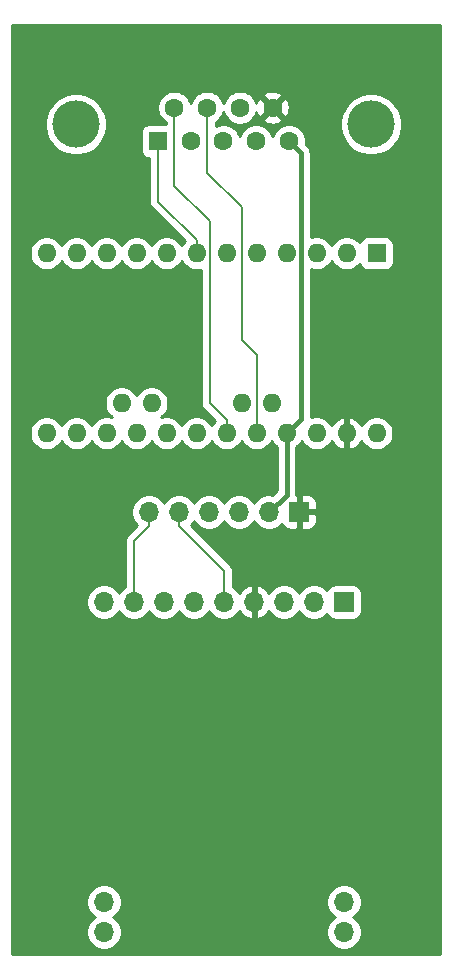
<source format=gtl>
G04 #@! TF.GenerationSoftware,KiCad,Pcbnew,(5.1.9)-1*
G04 #@! TF.CreationDate,2024-11-21T13:27:50+09:00*
G04 #@! TF.ProjectId,SD_dongle,53445f64-6f6e-4676-9c65-2e6b69636164,rev?*
G04 #@! TF.SameCoordinates,PX1997c20PYbac5f70*
G04 #@! TF.FileFunction,Copper,L1,Top*
G04 #@! TF.FilePolarity,Positive*
%FSLAX46Y46*%
G04 Gerber Fmt 4.6, Leading zero omitted, Abs format (unit mm)*
G04 Created by KiCad (PCBNEW (5.1.9)-1) date 2024-11-21 13:27:50*
%MOMM*%
%LPD*%
G01*
G04 APERTURE LIST*
G04 #@! TA.AperFunction,ComponentPad*
%ADD10R,1.700000X1.700000*%
G04 #@! TD*
G04 #@! TA.AperFunction,ComponentPad*
%ADD11O,1.700000X1.700000*%
G04 #@! TD*
G04 #@! TA.AperFunction,ComponentPad*
%ADD12R,1.600000X1.600000*%
G04 #@! TD*
G04 #@! TA.AperFunction,ComponentPad*
%ADD13O,1.600000X1.600000*%
G04 #@! TD*
G04 #@! TA.AperFunction,ComponentPad*
%ADD14C,1.600000*%
G04 #@! TD*
G04 #@! TA.AperFunction,ComponentPad*
%ADD15C,4.000000*%
G04 #@! TD*
G04 #@! TA.AperFunction,Conductor*
%ADD16C,0.400000*%
G04 #@! TD*
G04 #@! TA.AperFunction,Conductor*
%ADD17C,0.200000*%
G04 #@! TD*
G04 #@! TA.AperFunction,Conductor*
%ADD18C,0.254000*%
G04 #@! TD*
G04 #@! TA.AperFunction,Conductor*
%ADD19C,0.100000*%
G04 #@! TD*
G04 APERTURE END LIST*
D10*
X28750000Y30480000D03*
D11*
X26210000Y30480000D03*
X23670000Y30480000D03*
X21130000Y30480000D03*
X18590000Y30480000D03*
X16050000Y30480000D03*
X13510000Y30480000D03*
X10970000Y30480000D03*
X8430000Y30480000D03*
X8430000Y2540000D03*
X8430000Y5080000D03*
X28750000Y2540000D03*
X28750000Y5080000D03*
D10*
X24940000Y38100000D03*
D11*
X22400000Y38100000D03*
X19860000Y38100000D03*
X17320000Y38100000D03*
X14780000Y38100000D03*
X12240000Y38100000D03*
D12*
X31500000Y60000000D03*
D13*
X28960000Y60000000D03*
X26420000Y60000000D03*
X3560000Y44760000D03*
X23880000Y60000000D03*
X6100000Y44760000D03*
X21340000Y60000000D03*
X8640000Y44760000D03*
X18800000Y60000000D03*
X11180000Y44760000D03*
X16260000Y60000000D03*
X13720000Y44760000D03*
X13720000Y60000000D03*
X16260000Y44760000D03*
X11180000Y60000000D03*
X18800000Y44760000D03*
X8640000Y60000000D03*
X21340000Y44760000D03*
X6100000Y60000000D03*
X23880000Y44760000D03*
X3560000Y60000000D03*
X26420000Y44760000D03*
X28960000Y44760000D03*
X31500000Y44760000D03*
X22610000Y47300000D03*
X20070000Y47300000D03*
X12450000Y47300000D03*
X9910000Y47300000D03*
D12*
X13000000Y69500000D03*
D14*
X15770000Y69500000D03*
X18540000Y69500000D03*
X21310000Y69500000D03*
X24080000Y69500000D03*
X14385000Y72340000D03*
X17155000Y72340000D03*
X19925000Y72340000D03*
X22695000Y72340000D03*
D15*
X31040000Y70920000D03*
X6040000Y70920000D03*
D16*
X25080001Y45960001D02*
X23880000Y44760000D01*
X25080001Y68499999D02*
X25080001Y45960001D01*
X24080000Y69500000D02*
X25080001Y68499999D01*
X23880000Y39580000D02*
X22400000Y38100000D01*
X23880000Y44760000D02*
X23880000Y39580000D01*
D17*
X21130000Y30480000D02*
X21130000Y31630300D01*
X24940000Y38100000D02*
X24940000Y35440300D01*
X24940000Y35440300D02*
X21130000Y31630300D01*
X14780000Y38100000D02*
X14780000Y36949700D01*
X14780000Y36949700D02*
X18590000Y33139700D01*
X18590000Y33139700D02*
X18590000Y30480000D01*
X12240000Y38100000D02*
X12240000Y36949700D01*
X12240000Y36949700D02*
X10970000Y35679700D01*
X10970000Y35679700D02*
X10970000Y30480000D01*
X16260000Y60000000D02*
X16260000Y61100300D01*
X13000000Y69500000D02*
X13000000Y64360300D01*
X13000000Y64360300D02*
X16260000Y61100300D01*
X18800000Y45860300D02*
X17360400Y47299900D01*
X17360400Y47299900D02*
X17360400Y62724500D01*
X17360400Y62724500D02*
X14385000Y65699900D01*
X14385000Y65699900D02*
X14385000Y72340000D01*
X18800000Y44760000D02*
X18800000Y45860300D01*
X17155000Y72340000D02*
X17155000Y66816000D01*
X17155000Y66816000D02*
X20070000Y63901000D01*
X20070000Y63901000D02*
X20070000Y52649100D01*
X20070000Y52649100D02*
X21340000Y51379100D01*
X21340000Y51379100D02*
X21340000Y44760000D01*
D18*
X36840000Y660000D02*
X660000Y660000D01*
X660000Y5226260D01*
X6945000Y5226260D01*
X6945000Y4933740D01*
X7002068Y4646842D01*
X7114010Y4376589D01*
X7276525Y4133368D01*
X7483368Y3926525D01*
X7657760Y3810000D01*
X7483368Y3693475D01*
X7276525Y3486632D01*
X7114010Y3243411D01*
X7002068Y2973158D01*
X6945000Y2686260D01*
X6945000Y2393740D01*
X7002068Y2106842D01*
X7114010Y1836589D01*
X7276525Y1593368D01*
X7483368Y1386525D01*
X7726589Y1224010D01*
X7996842Y1112068D01*
X8283740Y1055000D01*
X8576260Y1055000D01*
X8863158Y1112068D01*
X9133411Y1224010D01*
X9376632Y1386525D01*
X9583475Y1593368D01*
X9745990Y1836589D01*
X9857932Y2106842D01*
X9915000Y2393740D01*
X9915000Y2686260D01*
X9857932Y2973158D01*
X9745990Y3243411D01*
X9583475Y3486632D01*
X9376632Y3693475D01*
X9202240Y3810000D01*
X9376632Y3926525D01*
X9583475Y4133368D01*
X9745990Y4376589D01*
X9857932Y4646842D01*
X9915000Y4933740D01*
X9915000Y5226260D01*
X27265000Y5226260D01*
X27265000Y4933740D01*
X27322068Y4646842D01*
X27434010Y4376589D01*
X27596525Y4133368D01*
X27803368Y3926525D01*
X27977760Y3810000D01*
X27803368Y3693475D01*
X27596525Y3486632D01*
X27434010Y3243411D01*
X27322068Y2973158D01*
X27265000Y2686260D01*
X27265000Y2393740D01*
X27322068Y2106842D01*
X27434010Y1836589D01*
X27596525Y1593368D01*
X27803368Y1386525D01*
X28046589Y1224010D01*
X28316842Y1112068D01*
X28603740Y1055000D01*
X28896260Y1055000D01*
X29183158Y1112068D01*
X29453411Y1224010D01*
X29696632Y1386525D01*
X29903475Y1593368D01*
X30065990Y1836589D01*
X30177932Y2106842D01*
X30235000Y2393740D01*
X30235000Y2686260D01*
X30177932Y2973158D01*
X30065990Y3243411D01*
X29903475Y3486632D01*
X29696632Y3693475D01*
X29522240Y3810000D01*
X29696632Y3926525D01*
X29903475Y4133368D01*
X30065990Y4376589D01*
X30177932Y4646842D01*
X30235000Y4933740D01*
X30235000Y5226260D01*
X30177932Y5513158D01*
X30065990Y5783411D01*
X29903475Y6026632D01*
X29696632Y6233475D01*
X29453411Y6395990D01*
X29183158Y6507932D01*
X28896260Y6565000D01*
X28603740Y6565000D01*
X28316842Y6507932D01*
X28046589Y6395990D01*
X27803368Y6233475D01*
X27596525Y6026632D01*
X27434010Y5783411D01*
X27322068Y5513158D01*
X27265000Y5226260D01*
X9915000Y5226260D01*
X9857932Y5513158D01*
X9745990Y5783411D01*
X9583475Y6026632D01*
X9376632Y6233475D01*
X9133411Y6395990D01*
X8863158Y6507932D01*
X8576260Y6565000D01*
X8283740Y6565000D01*
X7996842Y6507932D01*
X7726589Y6395990D01*
X7483368Y6233475D01*
X7276525Y6026632D01*
X7114010Y5783411D01*
X7002068Y5513158D01*
X6945000Y5226260D01*
X660000Y5226260D01*
X660000Y60141335D01*
X2125000Y60141335D01*
X2125000Y59858665D01*
X2180147Y59581426D01*
X2288320Y59320273D01*
X2445363Y59085241D01*
X2645241Y58885363D01*
X2880273Y58728320D01*
X3141426Y58620147D01*
X3418665Y58565000D01*
X3701335Y58565000D01*
X3978574Y58620147D01*
X4239727Y58728320D01*
X4474759Y58885363D01*
X4674637Y59085241D01*
X4830000Y59317759D01*
X4985363Y59085241D01*
X5185241Y58885363D01*
X5420273Y58728320D01*
X5681426Y58620147D01*
X5958665Y58565000D01*
X6241335Y58565000D01*
X6518574Y58620147D01*
X6779727Y58728320D01*
X7014759Y58885363D01*
X7214637Y59085241D01*
X7370000Y59317759D01*
X7525363Y59085241D01*
X7725241Y58885363D01*
X7960273Y58728320D01*
X8221426Y58620147D01*
X8498665Y58565000D01*
X8781335Y58565000D01*
X9058574Y58620147D01*
X9319727Y58728320D01*
X9554759Y58885363D01*
X9754637Y59085241D01*
X9910000Y59317759D01*
X10065363Y59085241D01*
X10265241Y58885363D01*
X10500273Y58728320D01*
X10761426Y58620147D01*
X11038665Y58565000D01*
X11321335Y58565000D01*
X11598574Y58620147D01*
X11859727Y58728320D01*
X12094759Y58885363D01*
X12294637Y59085241D01*
X12450000Y59317759D01*
X12605363Y59085241D01*
X12805241Y58885363D01*
X13040273Y58728320D01*
X13301426Y58620147D01*
X13578665Y58565000D01*
X13861335Y58565000D01*
X14138574Y58620147D01*
X14399727Y58728320D01*
X14634759Y58885363D01*
X14834637Y59085241D01*
X14990000Y59317759D01*
X15145363Y59085241D01*
X15345241Y58885363D01*
X15580273Y58728320D01*
X15841426Y58620147D01*
X16118665Y58565000D01*
X16401335Y58565000D01*
X16625401Y58609570D01*
X16625400Y47336005D01*
X16621844Y47299900D01*
X16625400Y47263796D01*
X16636035Y47155816D01*
X16678063Y47017268D01*
X16746313Y46889581D01*
X16838162Y46777663D01*
X16866208Y46754646D01*
X17815729Y45805125D01*
X17685363Y45674759D01*
X17530000Y45442241D01*
X17374637Y45674759D01*
X17174759Y45874637D01*
X16939727Y46031680D01*
X16678574Y46139853D01*
X16401335Y46195000D01*
X16118665Y46195000D01*
X15841426Y46139853D01*
X15580273Y46031680D01*
X15345241Y45874637D01*
X15145363Y45674759D01*
X14990000Y45442241D01*
X14834637Y45674759D01*
X14634759Y45874637D01*
X14399727Y46031680D01*
X14138574Y46139853D01*
X13861335Y46195000D01*
X13578665Y46195000D01*
X13301426Y46139853D01*
X13288856Y46134646D01*
X13364759Y46185363D01*
X13564637Y46385241D01*
X13721680Y46620273D01*
X13829853Y46881426D01*
X13885000Y47158665D01*
X13885000Y47441335D01*
X13829853Y47718574D01*
X13721680Y47979727D01*
X13564637Y48214759D01*
X13364759Y48414637D01*
X13129727Y48571680D01*
X12868574Y48679853D01*
X12591335Y48735000D01*
X12308665Y48735000D01*
X12031426Y48679853D01*
X11770273Y48571680D01*
X11535241Y48414637D01*
X11335363Y48214759D01*
X11180000Y47982241D01*
X11024637Y48214759D01*
X10824759Y48414637D01*
X10589727Y48571680D01*
X10328574Y48679853D01*
X10051335Y48735000D01*
X9768665Y48735000D01*
X9491426Y48679853D01*
X9230273Y48571680D01*
X8995241Y48414637D01*
X8795363Y48214759D01*
X8638320Y47979727D01*
X8530147Y47718574D01*
X8475000Y47441335D01*
X8475000Y47158665D01*
X8530147Y46881426D01*
X8638320Y46620273D01*
X8795363Y46385241D01*
X8995241Y46185363D01*
X9071144Y46134646D01*
X9058574Y46139853D01*
X8781335Y46195000D01*
X8498665Y46195000D01*
X8221426Y46139853D01*
X7960273Y46031680D01*
X7725241Y45874637D01*
X7525363Y45674759D01*
X7370000Y45442241D01*
X7214637Y45674759D01*
X7014759Y45874637D01*
X6779727Y46031680D01*
X6518574Y46139853D01*
X6241335Y46195000D01*
X5958665Y46195000D01*
X5681426Y46139853D01*
X5420273Y46031680D01*
X5185241Y45874637D01*
X4985363Y45674759D01*
X4830000Y45442241D01*
X4674637Y45674759D01*
X4474759Y45874637D01*
X4239727Y46031680D01*
X3978574Y46139853D01*
X3701335Y46195000D01*
X3418665Y46195000D01*
X3141426Y46139853D01*
X2880273Y46031680D01*
X2645241Y45874637D01*
X2445363Y45674759D01*
X2288320Y45439727D01*
X2180147Y45178574D01*
X2125000Y44901335D01*
X2125000Y44618665D01*
X2180147Y44341426D01*
X2288320Y44080273D01*
X2445363Y43845241D01*
X2645241Y43645363D01*
X2880273Y43488320D01*
X3141426Y43380147D01*
X3418665Y43325000D01*
X3701335Y43325000D01*
X3978574Y43380147D01*
X4239727Y43488320D01*
X4474759Y43645363D01*
X4674637Y43845241D01*
X4830000Y44077759D01*
X4985363Y43845241D01*
X5185241Y43645363D01*
X5420273Y43488320D01*
X5681426Y43380147D01*
X5958665Y43325000D01*
X6241335Y43325000D01*
X6518574Y43380147D01*
X6779727Y43488320D01*
X7014759Y43645363D01*
X7214637Y43845241D01*
X7370000Y44077759D01*
X7525363Y43845241D01*
X7725241Y43645363D01*
X7960273Y43488320D01*
X8221426Y43380147D01*
X8498665Y43325000D01*
X8781335Y43325000D01*
X9058574Y43380147D01*
X9319727Y43488320D01*
X9554759Y43645363D01*
X9754637Y43845241D01*
X9910000Y44077759D01*
X10065363Y43845241D01*
X10265241Y43645363D01*
X10500273Y43488320D01*
X10761426Y43380147D01*
X11038665Y43325000D01*
X11321335Y43325000D01*
X11598574Y43380147D01*
X11859727Y43488320D01*
X12094759Y43645363D01*
X12294637Y43845241D01*
X12450000Y44077759D01*
X12605363Y43845241D01*
X12805241Y43645363D01*
X13040273Y43488320D01*
X13301426Y43380147D01*
X13578665Y43325000D01*
X13861335Y43325000D01*
X14138574Y43380147D01*
X14399727Y43488320D01*
X14634759Y43645363D01*
X14834637Y43845241D01*
X14990000Y44077759D01*
X15145363Y43845241D01*
X15345241Y43645363D01*
X15580273Y43488320D01*
X15841426Y43380147D01*
X16118665Y43325000D01*
X16401335Y43325000D01*
X16678574Y43380147D01*
X16939727Y43488320D01*
X17174759Y43645363D01*
X17374637Y43845241D01*
X17530000Y44077759D01*
X17685363Y43845241D01*
X17885241Y43645363D01*
X18120273Y43488320D01*
X18381426Y43380147D01*
X18658665Y43325000D01*
X18941335Y43325000D01*
X19218574Y43380147D01*
X19479727Y43488320D01*
X19714759Y43645363D01*
X19914637Y43845241D01*
X20070000Y44077759D01*
X20225363Y43845241D01*
X20425241Y43645363D01*
X20660273Y43488320D01*
X20921426Y43380147D01*
X21198665Y43325000D01*
X21481335Y43325000D01*
X21758574Y43380147D01*
X22019727Y43488320D01*
X22254759Y43645363D01*
X22454637Y43845241D01*
X22610000Y44077759D01*
X22765363Y43845241D01*
X22965241Y43645363D01*
X23045000Y43592070D01*
X23045001Y39925869D01*
X22677940Y39558807D01*
X22546260Y39585000D01*
X22253740Y39585000D01*
X21966842Y39527932D01*
X21696589Y39415990D01*
X21453368Y39253475D01*
X21246525Y39046632D01*
X21130000Y38872240D01*
X21013475Y39046632D01*
X20806632Y39253475D01*
X20563411Y39415990D01*
X20293158Y39527932D01*
X20006260Y39585000D01*
X19713740Y39585000D01*
X19426842Y39527932D01*
X19156589Y39415990D01*
X18913368Y39253475D01*
X18706525Y39046632D01*
X18590000Y38872240D01*
X18473475Y39046632D01*
X18266632Y39253475D01*
X18023411Y39415990D01*
X17753158Y39527932D01*
X17466260Y39585000D01*
X17173740Y39585000D01*
X16886842Y39527932D01*
X16616589Y39415990D01*
X16373368Y39253475D01*
X16166525Y39046632D01*
X16050000Y38872240D01*
X15933475Y39046632D01*
X15726632Y39253475D01*
X15483411Y39415990D01*
X15213158Y39527932D01*
X14926260Y39585000D01*
X14633740Y39585000D01*
X14346842Y39527932D01*
X14076589Y39415990D01*
X13833368Y39253475D01*
X13626525Y39046632D01*
X13510000Y38872240D01*
X13393475Y39046632D01*
X13186632Y39253475D01*
X12943411Y39415990D01*
X12673158Y39527932D01*
X12386260Y39585000D01*
X12093740Y39585000D01*
X11806842Y39527932D01*
X11536589Y39415990D01*
X11293368Y39253475D01*
X11086525Y39046632D01*
X10924010Y38803411D01*
X10812068Y38533158D01*
X10755000Y38246260D01*
X10755000Y37953740D01*
X10812068Y37666842D01*
X10924010Y37396589D01*
X11086525Y37153368D01*
X11245373Y36994520D01*
X10475808Y36224954D01*
X10447762Y36201937D01*
X10355913Y36090019D01*
X10287663Y35962332D01*
X10258384Y35865813D01*
X10245635Y35823785D01*
X10231444Y35679700D01*
X10235000Y35643595D01*
X10235001Y31774883D01*
X10023368Y31633475D01*
X9816525Y31426632D01*
X9700000Y31252240D01*
X9583475Y31426632D01*
X9376632Y31633475D01*
X9133411Y31795990D01*
X8863158Y31907932D01*
X8576260Y31965000D01*
X8283740Y31965000D01*
X7996842Y31907932D01*
X7726589Y31795990D01*
X7483368Y31633475D01*
X7276525Y31426632D01*
X7114010Y31183411D01*
X7002068Y30913158D01*
X6945000Y30626260D01*
X6945000Y30333740D01*
X7002068Y30046842D01*
X7114010Y29776589D01*
X7276525Y29533368D01*
X7483368Y29326525D01*
X7726589Y29164010D01*
X7996842Y29052068D01*
X8283740Y28995000D01*
X8576260Y28995000D01*
X8863158Y29052068D01*
X9133411Y29164010D01*
X9376632Y29326525D01*
X9583475Y29533368D01*
X9700000Y29707760D01*
X9816525Y29533368D01*
X10023368Y29326525D01*
X10266589Y29164010D01*
X10536842Y29052068D01*
X10823740Y28995000D01*
X11116260Y28995000D01*
X11403158Y29052068D01*
X11673411Y29164010D01*
X11916632Y29326525D01*
X12123475Y29533368D01*
X12240000Y29707760D01*
X12356525Y29533368D01*
X12563368Y29326525D01*
X12806589Y29164010D01*
X13076842Y29052068D01*
X13363740Y28995000D01*
X13656260Y28995000D01*
X13943158Y29052068D01*
X14213411Y29164010D01*
X14456632Y29326525D01*
X14663475Y29533368D01*
X14780000Y29707760D01*
X14896525Y29533368D01*
X15103368Y29326525D01*
X15346589Y29164010D01*
X15616842Y29052068D01*
X15903740Y28995000D01*
X16196260Y28995000D01*
X16483158Y29052068D01*
X16753411Y29164010D01*
X16996632Y29326525D01*
X17203475Y29533368D01*
X17320000Y29707760D01*
X17436525Y29533368D01*
X17643368Y29326525D01*
X17886589Y29164010D01*
X18156842Y29052068D01*
X18443740Y28995000D01*
X18736260Y28995000D01*
X19023158Y29052068D01*
X19293411Y29164010D01*
X19536632Y29326525D01*
X19743475Y29533368D01*
X19865195Y29715534D01*
X19934822Y29598645D01*
X20129731Y29382412D01*
X20363080Y29208359D01*
X20625901Y29083175D01*
X20773110Y29038524D01*
X21003000Y29159845D01*
X21003000Y30353000D01*
X20983000Y30353000D01*
X20983000Y30607000D01*
X21003000Y30607000D01*
X21003000Y31800155D01*
X21257000Y31800155D01*
X21257000Y30607000D01*
X21277000Y30607000D01*
X21277000Y30353000D01*
X21257000Y30353000D01*
X21257000Y29159845D01*
X21486890Y29038524D01*
X21634099Y29083175D01*
X21896920Y29208359D01*
X22130269Y29382412D01*
X22325178Y29598645D01*
X22394805Y29715534D01*
X22516525Y29533368D01*
X22723368Y29326525D01*
X22966589Y29164010D01*
X23236842Y29052068D01*
X23523740Y28995000D01*
X23816260Y28995000D01*
X24103158Y29052068D01*
X24373411Y29164010D01*
X24616632Y29326525D01*
X24823475Y29533368D01*
X24940000Y29707760D01*
X25056525Y29533368D01*
X25263368Y29326525D01*
X25506589Y29164010D01*
X25776842Y29052068D01*
X26063740Y28995000D01*
X26356260Y28995000D01*
X26643158Y29052068D01*
X26913411Y29164010D01*
X27156632Y29326525D01*
X27288487Y29458380D01*
X27310498Y29385820D01*
X27369463Y29275506D01*
X27448815Y29178815D01*
X27545506Y29099463D01*
X27655820Y29040498D01*
X27775518Y29004188D01*
X27900000Y28991928D01*
X29600000Y28991928D01*
X29724482Y29004188D01*
X29844180Y29040498D01*
X29954494Y29099463D01*
X30051185Y29178815D01*
X30130537Y29275506D01*
X30189502Y29385820D01*
X30225812Y29505518D01*
X30238072Y29630000D01*
X30238072Y31330000D01*
X30225812Y31454482D01*
X30189502Y31574180D01*
X30130537Y31684494D01*
X30051185Y31781185D01*
X29954494Y31860537D01*
X29844180Y31919502D01*
X29724482Y31955812D01*
X29600000Y31968072D01*
X27900000Y31968072D01*
X27775518Y31955812D01*
X27655820Y31919502D01*
X27545506Y31860537D01*
X27448815Y31781185D01*
X27369463Y31684494D01*
X27310498Y31574180D01*
X27288487Y31501620D01*
X27156632Y31633475D01*
X26913411Y31795990D01*
X26643158Y31907932D01*
X26356260Y31965000D01*
X26063740Y31965000D01*
X25776842Y31907932D01*
X25506589Y31795990D01*
X25263368Y31633475D01*
X25056525Y31426632D01*
X24940000Y31252240D01*
X24823475Y31426632D01*
X24616632Y31633475D01*
X24373411Y31795990D01*
X24103158Y31907932D01*
X23816260Y31965000D01*
X23523740Y31965000D01*
X23236842Y31907932D01*
X22966589Y31795990D01*
X22723368Y31633475D01*
X22516525Y31426632D01*
X22394805Y31244466D01*
X22325178Y31361355D01*
X22130269Y31577588D01*
X21896920Y31751641D01*
X21634099Y31876825D01*
X21486890Y31921476D01*
X21257000Y31800155D01*
X21003000Y31800155D01*
X20773110Y31921476D01*
X20625901Y31876825D01*
X20363080Y31751641D01*
X20129731Y31577588D01*
X19934822Y31361355D01*
X19865195Y31244466D01*
X19743475Y31426632D01*
X19536632Y31633475D01*
X19325000Y31774883D01*
X19325000Y33103595D01*
X19328556Y33139700D01*
X19314365Y33283785D01*
X19272337Y33422334D01*
X19204087Y33550020D01*
X19135253Y33633894D01*
X19135250Y33633897D01*
X19112237Y33661938D01*
X19084197Y33684950D01*
X15774627Y36994520D01*
X15933475Y37153368D01*
X16050000Y37327760D01*
X16166525Y37153368D01*
X16373368Y36946525D01*
X16616589Y36784010D01*
X16886842Y36672068D01*
X17173740Y36615000D01*
X17466260Y36615000D01*
X17753158Y36672068D01*
X18023411Y36784010D01*
X18266632Y36946525D01*
X18473475Y37153368D01*
X18590000Y37327760D01*
X18706525Y37153368D01*
X18913368Y36946525D01*
X19156589Y36784010D01*
X19426842Y36672068D01*
X19713740Y36615000D01*
X20006260Y36615000D01*
X20293158Y36672068D01*
X20563411Y36784010D01*
X20806632Y36946525D01*
X21013475Y37153368D01*
X21130000Y37327760D01*
X21246525Y37153368D01*
X21453368Y36946525D01*
X21696589Y36784010D01*
X21966842Y36672068D01*
X22253740Y36615000D01*
X22546260Y36615000D01*
X22833158Y36672068D01*
X23103411Y36784010D01*
X23346632Y36946525D01*
X23478487Y37078380D01*
X23500498Y37005820D01*
X23559463Y36895506D01*
X23638815Y36798815D01*
X23735506Y36719463D01*
X23845820Y36660498D01*
X23965518Y36624188D01*
X24090000Y36611928D01*
X24654250Y36615000D01*
X24813000Y36773750D01*
X24813000Y37973000D01*
X25067000Y37973000D01*
X25067000Y36773750D01*
X25225750Y36615000D01*
X25790000Y36611928D01*
X25914482Y36624188D01*
X26034180Y36660498D01*
X26144494Y36719463D01*
X26241185Y36798815D01*
X26320537Y36895506D01*
X26379502Y37005820D01*
X26415812Y37125518D01*
X26428072Y37250000D01*
X26425000Y37814250D01*
X26266250Y37973000D01*
X25067000Y37973000D01*
X24813000Y37973000D01*
X24793000Y37973000D01*
X24793000Y38227000D01*
X24813000Y38227000D01*
X24813000Y39426250D01*
X25067000Y39426250D01*
X25067000Y38227000D01*
X26266250Y38227000D01*
X26425000Y38385750D01*
X26428072Y38950000D01*
X26415812Y39074482D01*
X26379502Y39194180D01*
X26320537Y39304494D01*
X26241185Y39401185D01*
X26144494Y39480537D01*
X26034180Y39539502D01*
X25914482Y39575812D01*
X25790000Y39588072D01*
X25225750Y39585000D01*
X25067000Y39426250D01*
X24813000Y39426250D01*
X24713679Y39525571D01*
X24715000Y39538981D01*
X24719040Y39579999D01*
X24715000Y39621018D01*
X24715000Y43592070D01*
X24794759Y43645363D01*
X24994637Y43845241D01*
X25150000Y44077759D01*
X25305363Y43845241D01*
X25505241Y43645363D01*
X25740273Y43488320D01*
X26001426Y43380147D01*
X26278665Y43325000D01*
X26561335Y43325000D01*
X26838574Y43380147D01*
X27099727Y43488320D01*
X27334759Y43645363D01*
X27534637Y43845241D01*
X27691680Y44080273D01*
X27696067Y44090865D01*
X27807615Y43904869D01*
X27996586Y43696481D01*
X28222580Y43528963D01*
X28476913Y43408754D01*
X28610961Y43368096D01*
X28833000Y43490085D01*
X28833000Y44633000D01*
X28813000Y44633000D01*
X28813000Y44887000D01*
X28833000Y44887000D01*
X28833000Y46029915D01*
X29087000Y46029915D01*
X29087000Y44887000D01*
X29107000Y44887000D01*
X29107000Y44633000D01*
X29087000Y44633000D01*
X29087000Y43490085D01*
X29309039Y43368096D01*
X29443087Y43408754D01*
X29697420Y43528963D01*
X29923414Y43696481D01*
X30112385Y43904869D01*
X30223933Y44090865D01*
X30228320Y44080273D01*
X30385363Y43845241D01*
X30585241Y43645363D01*
X30820273Y43488320D01*
X31081426Y43380147D01*
X31358665Y43325000D01*
X31641335Y43325000D01*
X31918574Y43380147D01*
X32179727Y43488320D01*
X32414759Y43645363D01*
X32614637Y43845241D01*
X32771680Y44080273D01*
X32879853Y44341426D01*
X32935000Y44618665D01*
X32935000Y44901335D01*
X32879853Y45178574D01*
X32771680Y45439727D01*
X32614637Y45674759D01*
X32414759Y45874637D01*
X32179727Y46031680D01*
X31918574Y46139853D01*
X31641335Y46195000D01*
X31358665Y46195000D01*
X31081426Y46139853D01*
X30820273Y46031680D01*
X30585241Y45874637D01*
X30385363Y45674759D01*
X30228320Y45439727D01*
X30223933Y45429135D01*
X30112385Y45615131D01*
X29923414Y45823519D01*
X29697420Y45991037D01*
X29443087Y46111246D01*
X29309039Y46151904D01*
X29087000Y46029915D01*
X28833000Y46029915D01*
X28610961Y46151904D01*
X28476913Y46111246D01*
X28222580Y45991037D01*
X27996586Y45823519D01*
X27807615Y45615131D01*
X27696067Y45429135D01*
X27691680Y45439727D01*
X27534637Y45674759D01*
X27334759Y45874637D01*
X27099727Y46031680D01*
X26838574Y46139853D01*
X26561335Y46195000D01*
X26278665Y46195000D01*
X26001426Y46139853D01*
X25915001Y46104055D01*
X25915001Y58655945D01*
X26001426Y58620147D01*
X26278665Y58565000D01*
X26561335Y58565000D01*
X26838574Y58620147D01*
X27099727Y58728320D01*
X27334759Y58885363D01*
X27534637Y59085241D01*
X27690000Y59317759D01*
X27845363Y59085241D01*
X28045241Y58885363D01*
X28280273Y58728320D01*
X28541426Y58620147D01*
X28818665Y58565000D01*
X29101335Y58565000D01*
X29378574Y58620147D01*
X29639727Y58728320D01*
X29874759Y58885363D01*
X30073357Y59083961D01*
X30074188Y59075518D01*
X30110498Y58955820D01*
X30169463Y58845506D01*
X30248815Y58748815D01*
X30345506Y58669463D01*
X30455820Y58610498D01*
X30575518Y58574188D01*
X30700000Y58561928D01*
X32300000Y58561928D01*
X32424482Y58574188D01*
X32544180Y58610498D01*
X32654494Y58669463D01*
X32751185Y58748815D01*
X32830537Y58845506D01*
X32889502Y58955820D01*
X32925812Y59075518D01*
X32938072Y59200000D01*
X32938072Y60800000D01*
X32925812Y60924482D01*
X32889502Y61044180D01*
X32830537Y61154494D01*
X32751185Y61251185D01*
X32654494Y61330537D01*
X32544180Y61389502D01*
X32424482Y61425812D01*
X32300000Y61438072D01*
X30700000Y61438072D01*
X30575518Y61425812D01*
X30455820Y61389502D01*
X30345506Y61330537D01*
X30248815Y61251185D01*
X30169463Y61154494D01*
X30110498Y61044180D01*
X30074188Y60924482D01*
X30073357Y60916039D01*
X29874759Y61114637D01*
X29639727Y61271680D01*
X29378574Y61379853D01*
X29101335Y61435000D01*
X28818665Y61435000D01*
X28541426Y61379853D01*
X28280273Y61271680D01*
X28045241Y61114637D01*
X27845363Y60914759D01*
X27690000Y60682241D01*
X27534637Y60914759D01*
X27334759Y61114637D01*
X27099727Y61271680D01*
X26838574Y61379853D01*
X26561335Y61435000D01*
X26278665Y61435000D01*
X26001426Y61379853D01*
X25915001Y61344055D01*
X25915001Y68458981D01*
X25919041Y68499999D01*
X25902919Y68663688D01*
X25855173Y68821086D01*
X25777637Y68966145D01*
X25722069Y69033855D01*
X25673292Y69093290D01*
X25641429Y69119439D01*
X25496286Y69264582D01*
X25515000Y69358665D01*
X25515000Y69641335D01*
X25459853Y69918574D01*
X25351680Y70179727D01*
X25194637Y70414759D01*
X24994759Y70614637D01*
X24759727Y70771680D01*
X24498574Y70879853D01*
X24221335Y70935000D01*
X23938665Y70935000D01*
X23661426Y70879853D01*
X23400273Y70771680D01*
X23165241Y70614637D01*
X22965363Y70414759D01*
X22808320Y70179727D01*
X22700147Y69918574D01*
X22695000Y69892699D01*
X22689853Y69918574D01*
X22581680Y70179727D01*
X22424637Y70414759D01*
X22224759Y70614637D01*
X21989727Y70771680D01*
X21728574Y70879853D01*
X21451335Y70935000D01*
X21168665Y70935000D01*
X20891426Y70879853D01*
X20630273Y70771680D01*
X20395241Y70614637D01*
X20195363Y70414759D01*
X20038320Y70179727D01*
X19930147Y69918574D01*
X19925000Y69892699D01*
X19919853Y69918574D01*
X19811680Y70179727D01*
X19654637Y70414759D01*
X19454759Y70614637D01*
X19219727Y70771680D01*
X18958574Y70879853D01*
X18681335Y70935000D01*
X18398665Y70935000D01*
X18121426Y70879853D01*
X17890000Y70783993D01*
X17890000Y71105252D01*
X18069759Y71225363D01*
X18269637Y71425241D01*
X18426680Y71660273D01*
X18534853Y71921426D01*
X18540000Y71947301D01*
X18545147Y71921426D01*
X18653320Y71660273D01*
X18810363Y71425241D01*
X19010241Y71225363D01*
X19245273Y71068320D01*
X19506426Y70960147D01*
X19783665Y70905000D01*
X20066335Y70905000D01*
X20343574Y70960147D01*
X20604727Y71068320D01*
X20839759Y71225363D01*
X20961694Y71347298D01*
X21881903Y71347298D01*
X21953486Y71103329D01*
X22208996Y70982429D01*
X22483184Y70913700D01*
X22765512Y70899783D01*
X23045130Y70941213D01*
X23311292Y71036397D01*
X23436514Y71103329D01*
X23458870Y71179525D01*
X28405000Y71179525D01*
X28405000Y70660475D01*
X28506261Y70151399D01*
X28704893Y69671859D01*
X28993262Y69240285D01*
X29360285Y68873262D01*
X29791859Y68584893D01*
X30271399Y68386261D01*
X30780475Y68285000D01*
X31299525Y68285000D01*
X31808601Y68386261D01*
X32288141Y68584893D01*
X32719715Y68873262D01*
X33086738Y69240285D01*
X33375107Y69671859D01*
X33573739Y70151399D01*
X33675000Y70660475D01*
X33675000Y71179525D01*
X33573739Y71688601D01*
X33375107Y72168141D01*
X33086738Y72599715D01*
X32719715Y72966738D01*
X32288141Y73255107D01*
X31808601Y73453739D01*
X31299525Y73555000D01*
X30780475Y73555000D01*
X30271399Y73453739D01*
X29791859Y73255107D01*
X29360285Y72966738D01*
X28993262Y72599715D01*
X28704893Y72168141D01*
X28506261Y71688601D01*
X28405000Y71179525D01*
X23458870Y71179525D01*
X23508097Y71347298D01*
X22695000Y72160395D01*
X21881903Y71347298D01*
X20961694Y71347298D01*
X21039637Y71425241D01*
X21196680Y71660273D01*
X21304853Y71921426D01*
X21310513Y71949882D01*
X21391397Y71723708D01*
X21458329Y71598486D01*
X21702298Y71526903D01*
X22515395Y72340000D01*
X22874605Y72340000D01*
X23687702Y71526903D01*
X23931671Y71598486D01*
X24052571Y71853996D01*
X24121300Y72128184D01*
X24135217Y72410512D01*
X24093787Y72690130D01*
X23998603Y72956292D01*
X23931671Y73081514D01*
X23687702Y73153097D01*
X22874605Y72340000D01*
X22515395Y72340000D01*
X21702298Y73153097D01*
X21458329Y73081514D01*
X21337429Y72826004D01*
X21311788Y72723711D01*
X21304853Y72758574D01*
X21196680Y73019727D01*
X21039637Y73254759D01*
X20961694Y73332702D01*
X21881903Y73332702D01*
X22695000Y72519605D01*
X23508097Y73332702D01*
X23436514Y73576671D01*
X23181004Y73697571D01*
X22906816Y73766300D01*
X22624488Y73780217D01*
X22344870Y73738787D01*
X22078708Y73643603D01*
X21953486Y73576671D01*
X21881903Y73332702D01*
X20961694Y73332702D01*
X20839759Y73454637D01*
X20604727Y73611680D01*
X20343574Y73719853D01*
X20066335Y73775000D01*
X19783665Y73775000D01*
X19506426Y73719853D01*
X19245273Y73611680D01*
X19010241Y73454637D01*
X18810363Y73254759D01*
X18653320Y73019727D01*
X18545147Y72758574D01*
X18540000Y72732699D01*
X18534853Y72758574D01*
X18426680Y73019727D01*
X18269637Y73254759D01*
X18069759Y73454637D01*
X17834727Y73611680D01*
X17573574Y73719853D01*
X17296335Y73775000D01*
X17013665Y73775000D01*
X16736426Y73719853D01*
X16475273Y73611680D01*
X16240241Y73454637D01*
X16040363Y73254759D01*
X15883320Y73019727D01*
X15775147Y72758574D01*
X15770000Y72732699D01*
X15764853Y72758574D01*
X15656680Y73019727D01*
X15499637Y73254759D01*
X15299759Y73454637D01*
X15064727Y73611680D01*
X14803574Y73719853D01*
X14526335Y73775000D01*
X14243665Y73775000D01*
X13966426Y73719853D01*
X13705273Y73611680D01*
X13470241Y73454637D01*
X13270363Y73254759D01*
X13113320Y73019727D01*
X13005147Y72758574D01*
X12950000Y72481335D01*
X12950000Y72198665D01*
X13005147Y71921426D01*
X13113320Y71660273D01*
X13270363Y71425241D01*
X13470241Y71225363D01*
X13650001Y71105252D01*
X13650001Y70938072D01*
X12200000Y70938072D01*
X12075518Y70925812D01*
X11955820Y70889502D01*
X11845506Y70830537D01*
X11748815Y70751185D01*
X11669463Y70654494D01*
X11610498Y70544180D01*
X11574188Y70424482D01*
X11561928Y70300000D01*
X11561928Y68700000D01*
X11574188Y68575518D01*
X11610498Y68455820D01*
X11669463Y68345506D01*
X11748815Y68248815D01*
X11845506Y68169463D01*
X11955820Y68110498D01*
X12075518Y68074188D01*
X12200000Y68061928D01*
X12265000Y68061928D01*
X12265001Y64396415D01*
X12261444Y64360300D01*
X12275635Y64216215D01*
X12317664Y64077667D01*
X12385914Y63949980D01*
X12477763Y63838062D01*
X12505808Y63815046D01*
X15275729Y61045125D01*
X15145363Y60914759D01*
X14990000Y60682241D01*
X14834637Y60914759D01*
X14634759Y61114637D01*
X14399727Y61271680D01*
X14138574Y61379853D01*
X13861335Y61435000D01*
X13578665Y61435000D01*
X13301426Y61379853D01*
X13040273Y61271680D01*
X12805241Y61114637D01*
X12605363Y60914759D01*
X12450000Y60682241D01*
X12294637Y60914759D01*
X12094759Y61114637D01*
X11859727Y61271680D01*
X11598574Y61379853D01*
X11321335Y61435000D01*
X11038665Y61435000D01*
X10761426Y61379853D01*
X10500273Y61271680D01*
X10265241Y61114637D01*
X10065363Y60914759D01*
X9910000Y60682241D01*
X9754637Y60914759D01*
X9554759Y61114637D01*
X9319727Y61271680D01*
X9058574Y61379853D01*
X8781335Y61435000D01*
X8498665Y61435000D01*
X8221426Y61379853D01*
X7960273Y61271680D01*
X7725241Y61114637D01*
X7525363Y60914759D01*
X7370000Y60682241D01*
X7214637Y60914759D01*
X7014759Y61114637D01*
X6779727Y61271680D01*
X6518574Y61379853D01*
X6241335Y61435000D01*
X5958665Y61435000D01*
X5681426Y61379853D01*
X5420273Y61271680D01*
X5185241Y61114637D01*
X4985363Y60914759D01*
X4830000Y60682241D01*
X4674637Y60914759D01*
X4474759Y61114637D01*
X4239727Y61271680D01*
X3978574Y61379853D01*
X3701335Y61435000D01*
X3418665Y61435000D01*
X3141426Y61379853D01*
X2880273Y61271680D01*
X2645241Y61114637D01*
X2445363Y60914759D01*
X2288320Y60679727D01*
X2180147Y60418574D01*
X2125000Y60141335D01*
X660000Y60141335D01*
X660000Y71179525D01*
X3405000Y71179525D01*
X3405000Y70660475D01*
X3506261Y70151399D01*
X3704893Y69671859D01*
X3993262Y69240285D01*
X4360285Y68873262D01*
X4791859Y68584893D01*
X5271399Y68386261D01*
X5780475Y68285000D01*
X6299525Y68285000D01*
X6808601Y68386261D01*
X7288141Y68584893D01*
X7719715Y68873262D01*
X8086738Y69240285D01*
X8375107Y69671859D01*
X8573739Y70151399D01*
X8675000Y70660475D01*
X8675000Y71179525D01*
X8573739Y71688601D01*
X8375107Y72168141D01*
X8086738Y72599715D01*
X7719715Y72966738D01*
X7288141Y73255107D01*
X6808601Y73453739D01*
X6299525Y73555000D01*
X5780475Y73555000D01*
X5271399Y73453739D01*
X4791859Y73255107D01*
X4360285Y72966738D01*
X3993262Y72599715D01*
X3704893Y72168141D01*
X3506261Y71688601D01*
X3405000Y71179525D01*
X660000Y71179525D01*
X660000Y79340000D01*
X36840001Y79340000D01*
X36840000Y660000D01*
G04 #@! TA.AperFunction,Conductor*
D19*
G36*
X36840000Y660000D02*
G01*
X660000Y660000D01*
X660000Y5226260D01*
X6945000Y5226260D01*
X6945000Y4933740D01*
X7002068Y4646842D01*
X7114010Y4376589D01*
X7276525Y4133368D01*
X7483368Y3926525D01*
X7657760Y3810000D01*
X7483368Y3693475D01*
X7276525Y3486632D01*
X7114010Y3243411D01*
X7002068Y2973158D01*
X6945000Y2686260D01*
X6945000Y2393740D01*
X7002068Y2106842D01*
X7114010Y1836589D01*
X7276525Y1593368D01*
X7483368Y1386525D01*
X7726589Y1224010D01*
X7996842Y1112068D01*
X8283740Y1055000D01*
X8576260Y1055000D01*
X8863158Y1112068D01*
X9133411Y1224010D01*
X9376632Y1386525D01*
X9583475Y1593368D01*
X9745990Y1836589D01*
X9857932Y2106842D01*
X9915000Y2393740D01*
X9915000Y2686260D01*
X9857932Y2973158D01*
X9745990Y3243411D01*
X9583475Y3486632D01*
X9376632Y3693475D01*
X9202240Y3810000D01*
X9376632Y3926525D01*
X9583475Y4133368D01*
X9745990Y4376589D01*
X9857932Y4646842D01*
X9915000Y4933740D01*
X9915000Y5226260D01*
X27265000Y5226260D01*
X27265000Y4933740D01*
X27322068Y4646842D01*
X27434010Y4376589D01*
X27596525Y4133368D01*
X27803368Y3926525D01*
X27977760Y3810000D01*
X27803368Y3693475D01*
X27596525Y3486632D01*
X27434010Y3243411D01*
X27322068Y2973158D01*
X27265000Y2686260D01*
X27265000Y2393740D01*
X27322068Y2106842D01*
X27434010Y1836589D01*
X27596525Y1593368D01*
X27803368Y1386525D01*
X28046589Y1224010D01*
X28316842Y1112068D01*
X28603740Y1055000D01*
X28896260Y1055000D01*
X29183158Y1112068D01*
X29453411Y1224010D01*
X29696632Y1386525D01*
X29903475Y1593368D01*
X30065990Y1836589D01*
X30177932Y2106842D01*
X30235000Y2393740D01*
X30235000Y2686260D01*
X30177932Y2973158D01*
X30065990Y3243411D01*
X29903475Y3486632D01*
X29696632Y3693475D01*
X29522240Y3810000D01*
X29696632Y3926525D01*
X29903475Y4133368D01*
X30065990Y4376589D01*
X30177932Y4646842D01*
X30235000Y4933740D01*
X30235000Y5226260D01*
X30177932Y5513158D01*
X30065990Y5783411D01*
X29903475Y6026632D01*
X29696632Y6233475D01*
X29453411Y6395990D01*
X29183158Y6507932D01*
X28896260Y6565000D01*
X28603740Y6565000D01*
X28316842Y6507932D01*
X28046589Y6395990D01*
X27803368Y6233475D01*
X27596525Y6026632D01*
X27434010Y5783411D01*
X27322068Y5513158D01*
X27265000Y5226260D01*
X9915000Y5226260D01*
X9857932Y5513158D01*
X9745990Y5783411D01*
X9583475Y6026632D01*
X9376632Y6233475D01*
X9133411Y6395990D01*
X8863158Y6507932D01*
X8576260Y6565000D01*
X8283740Y6565000D01*
X7996842Y6507932D01*
X7726589Y6395990D01*
X7483368Y6233475D01*
X7276525Y6026632D01*
X7114010Y5783411D01*
X7002068Y5513158D01*
X6945000Y5226260D01*
X660000Y5226260D01*
X660000Y60141335D01*
X2125000Y60141335D01*
X2125000Y59858665D01*
X2180147Y59581426D01*
X2288320Y59320273D01*
X2445363Y59085241D01*
X2645241Y58885363D01*
X2880273Y58728320D01*
X3141426Y58620147D01*
X3418665Y58565000D01*
X3701335Y58565000D01*
X3978574Y58620147D01*
X4239727Y58728320D01*
X4474759Y58885363D01*
X4674637Y59085241D01*
X4830000Y59317759D01*
X4985363Y59085241D01*
X5185241Y58885363D01*
X5420273Y58728320D01*
X5681426Y58620147D01*
X5958665Y58565000D01*
X6241335Y58565000D01*
X6518574Y58620147D01*
X6779727Y58728320D01*
X7014759Y58885363D01*
X7214637Y59085241D01*
X7370000Y59317759D01*
X7525363Y59085241D01*
X7725241Y58885363D01*
X7960273Y58728320D01*
X8221426Y58620147D01*
X8498665Y58565000D01*
X8781335Y58565000D01*
X9058574Y58620147D01*
X9319727Y58728320D01*
X9554759Y58885363D01*
X9754637Y59085241D01*
X9910000Y59317759D01*
X10065363Y59085241D01*
X10265241Y58885363D01*
X10500273Y58728320D01*
X10761426Y58620147D01*
X11038665Y58565000D01*
X11321335Y58565000D01*
X11598574Y58620147D01*
X11859727Y58728320D01*
X12094759Y58885363D01*
X12294637Y59085241D01*
X12450000Y59317759D01*
X12605363Y59085241D01*
X12805241Y58885363D01*
X13040273Y58728320D01*
X13301426Y58620147D01*
X13578665Y58565000D01*
X13861335Y58565000D01*
X14138574Y58620147D01*
X14399727Y58728320D01*
X14634759Y58885363D01*
X14834637Y59085241D01*
X14990000Y59317759D01*
X15145363Y59085241D01*
X15345241Y58885363D01*
X15580273Y58728320D01*
X15841426Y58620147D01*
X16118665Y58565000D01*
X16401335Y58565000D01*
X16625401Y58609570D01*
X16625400Y47336005D01*
X16621844Y47299900D01*
X16625400Y47263796D01*
X16636035Y47155816D01*
X16678063Y47017268D01*
X16746313Y46889581D01*
X16838162Y46777663D01*
X16866208Y46754646D01*
X17815729Y45805125D01*
X17685363Y45674759D01*
X17530000Y45442241D01*
X17374637Y45674759D01*
X17174759Y45874637D01*
X16939727Y46031680D01*
X16678574Y46139853D01*
X16401335Y46195000D01*
X16118665Y46195000D01*
X15841426Y46139853D01*
X15580273Y46031680D01*
X15345241Y45874637D01*
X15145363Y45674759D01*
X14990000Y45442241D01*
X14834637Y45674759D01*
X14634759Y45874637D01*
X14399727Y46031680D01*
X14138574Y46139853D01*
X13861335Y46195000D01*
X13578665Y46195000D01*
X13301426Y46139853D01*
X13288856Y46134646D01*
X13364759Y46185363D01*
X13564637Y46385241D01*
X13721680Y46620273D01*
X13829853Y46881426D01*
X13885000Y47158665D01*
X13885000Y47441335D01*
X13829853Y47718574D01*
X13721680Y47979727D01*
X13564637Y48214759D01*
X13364759Y48414637D01*
X13129727Y48571680D01*
X12868574Y48679853D01*
X12591335Y48735000D01*
X12308665Y48735000D01*
X12031426Y48679853D01*
X11770273Y48571680D01*
X11535241Y48414637D01*
X11335363Y48214759D01*
X11180000Y47982241D01*
X11024637Y48214759D01*
X10824759Y48414637D01*
X10589727Y48571680D01*
X10328574Y48679853D01*
X10051335Y48735000D01*
X9768665Y48735000D01*
X9491426Y48679853D01*
X9230273Y48571680D01*
X8995241Y48414637D01*
X8795363Y48214759D01*
X8638320Y47979727D01*
X8530147Y47718574D01*
X8475000Y47441335D01*
X8475000Y47158665D01*
X8530147Y46881426D01*
X8638320Y46620273D01*
X8795363Y46385241D01*
X8995241Y46185363D01*
X9071144Y46134646D01*
X9058574Y46139853D01*
X8781335Y46195000D01*
X8498665Y46195000D01*
X8221426Y46139853D01*
X7960273Y46031680D01*
X7725241Y45874637D01*
X7525363Y45674759D01*
X7370000Y45442241D01*
X7214637Y45674759D01*
X7014759Y45874637D01*
X6779727Y46031680D01*
X6518574Y46139853D01*
X6241335Y46195000D01*
X5958665Y46195000D01*
X5681426Y46139853D01*
X5420273Y46031680D01*
X5185241Y45874637D01*
X4985363Y45674759D01*
X4830000Y45442241D01*
X4674637Y45674759D01*
X4474759Y45874637D01*
X4239727Y46031680D01*
X3978574Y46139853D01*
X3701335Y46195000D01*
X3418665Y46195000D01*
X3141426Y46139853D01*
X2880273Y46031680D01*
X2645241Y45874637D01*
X2445363Y45674759D01*
X2288320Y45439727D01*
X2180147Y45178574D01*
X2125000Y44901335D01*
X2125000Y44618665D01*
X2180147Y44341426D01*
X2288320Y44080273D01*
X2445363Y43845241D01*
X2645241Y43645363D01*
X2880273Y43488320D01*
X3141426Y43380147D01*
X3418665Y43325000D01*
X3701335Y43325000D01*
X3978574Y43380147D01*
X4239727Y43488320D01*
X4474759Y43645363D01*
X4674637Y43845241D01*
X4830000Y44077759D01*
X4985363Y43845241D01*
X5185241Y43645363D01*
X5420273Y43488320D01*
X5681426Y43380147D01*
X5958665Y43325000D01*
X6241335Y43325000D01*
X6518574Y43380147D01*
X6779727Y43488320D01*
X7014759Y43645363D01*
X7214637Y43845241D01*
X7370000Y44077759D01*
X7525363Y43845241D01*
X7725241Y43645363D01*
X7960273Y43488320D01*
X8221426Y43380147D01*
X8498665Y43325000D01*
X8781335Y43325000D01*
X9058574Y43380147D01*
X9319727Y43488320D01*
X9554759Y43645363D01*
X9754637Y43845241D01*
X9910000Y44077759D01*
X10065363Y43845241D01*
X10265241Y43645363D01*
X10500273Y43488320D01*
X10761426Y43380147D01*
X11038665Y43325000D01*
X11321335Y43325000D01*
X11598574Y43380147D01*
X11859727Y43488320D01*
X12094759Y43645363D01*
X12294637Y43845241D01*
X12450000Y44077759D01*
X12605363Y43845241D01*
X12805241Y43645363D01*
X13040273Y43488320D01*
X13301426Y43380147D01*
X13578665Y43325000D01*
X13861335Y43325000D01*
X14138574Y43380147D01*
X14399727Y43488320D01*
X14634759Y43645363D01*
X14834637Y43845241D01*
X14990000Y44077759D01*
X15145363Y43845241D01*
X15345241Y43645363D01*
X15580273Y43488320D01*
X15841426Y43380147D01*
X16118665Y43325000D01*
X16401335Y43325000D01*
X16678574Y43380147D01*
X16939727Y43488320D01*
X17174759Y43645363D01*
X17374637Y43845241D01*
X17530000Y44077759D01*
X17685363Y43845241D01*
X17885241Y43645363D01*
X18120273Y43488320D01*
X18381426Y43380147D01*
X18658665Y43325000D01*
X18941335Y43325000D01*
X19218574Y43380147D01*
X19479727Y43488320D01*
X19714759Y43645363D01*
X19914637Y43845241D01*
X20070000Y44077759D01*
X20225363Y43845241D01*
X20425241Y43645363D01*
X20660273Y43488320D01*
X20921426Y43380147D01*
X21198665Y43325000D01*
X21481335Y43325000D01*
X21758574Y43380147D01*
X22019727Y43488320D01*
X22254759Y43645363D01*
X22454637Y43845241D01*
X22610000Y44077759D01*
X22765363Y43845241D01*
X22965241Y43645363D01*
X23045000Y43592070D01*
X23045001Y39925869D01*
X22677940Y39558807D01*
X22546260Y39585000D01*
X22253740Y39585000D01*
X21966842Y39527932D01*
X21696589Y39415990D01*
X21453368Y39253475D01*
X21246525Y39046632D01*
X21130000Y38872240D01*
X21013475Y39046632D01*
X20806632Y39253475D01*
X20563411Y39415990D01*
X20293158Y39527932D01*
X20006260Y39585000D01*
X19713740Y39585000D01*
X19426842Y39527932D01*
X19156589Y39415990D01*
X18913368Y39253475D01*
X18706525Y39046632D01*
X18590000Y38872240D01*
X18473475Y39046632D01*
X18266632Y39253475D01*
X18023411Y39415990D01*
X17753158Y39527932D01*
X17466260Y39585000D01*
X17173740Y39585000D01*
X16886842Y39527932D01*
X16616589Y39415990D01*
X16373368Y39253475D01*
X16166525Y39046632D01*
X16050000Y38872240D01*
X15933475Y39046632D01*
X15726632Y39253475D01*
X15483411Y39415990D01*
X15213158Y39527932D01*
X14926260Y39585000D01*
X14633740Y39585000D01*
X14346842Y39527932D01*
X14076589Y39415990D01*
X13833368Y39253475D01*
X13626525Y39046632D01*
X13510000Y38872240D01*
X13393475Y39046632D01*
X13186632Y39253475D01*
X12943411Y39415990D01*
X12673158Y39527932D01*
X12386260Y39585000D01*
X12093740Y39585000D01*
X11806842Y39527932D01*
X11536589Y39415990D01*
X11293368Y39253475D01*
X11086525Y39046632D01*
X10924010Y38803411D01*
X10812068Y38533158D01*
X10755000Y38246260D01*
X10755000Y37953740D01*
X10812068Y37666842D01*
X10924010Y37396589D01*
X11086525Y37153368D01*
X11245373Y36994520D01*
X10475808Y36224954D01*
X10447762Y36201937D01*
X10355913Y36090019D01*
X10287663Y35962332D01*
X10258384Y35865813D01*
X10245635Y35823785D01*
X10231444Y35679700D01*
X10235000Y35643595D01*
X10235001Y31774883D01*
X10023368Y31633475D01*
X9816525Y31426632D01*
X9700000Y31252240D01*
X9583475Y31426632D01*
X9376632Y31633475D01*
X9133411Y31795990D01*
X8863158Y31907932D01*
X8576260Y31965000D01*
X8283740Y31965000D01*
X7996842Y31907932D01*
X7726589Y31795990D01*
X7483368Y31633475D01*
X7276525Y31426632D01*
X7114010Y31183411D01*
X7002068Y30913158D01*
X6945000Y30626260D01*
X6945000Y30333740D01*
X7002068Y30046842D01*
X7114010Y29776589D01*
X7276525Y29533368D01*
X7483368Y29326525D01*
X7726589Y29164010D01*
X7996842Y29052068D01*
X8283740Y28995000D01*
X8576260Y28995000D01*
X8863158Y29052068D01*
X9133411Y29164010D01*
X9376632Y29326525D01*
X9583475Y29533368D01*
X9700000Y29707760D01*
X9816525Y29533368D01*
X10023368Y29326525D01*
X10266589Y29164010D01*
X10536842Y29052068D01*
X10823740Y28995000D01*
X11116260Y28995000D01*
X11403158Y29052068D01*
X11673411Y29164010D01*
X11916632Y29326525D01*
X12123475Y29533368D01*
X12240000Y29707760D01*
X12356525Y29533368D01*
X12563368Y29326525D01*
X12806589Y29164010D01*
X13076842Y29052068D01*
X13363740Y28995000D01*
X13656260Y28995000D01*
X13943158Y29052068D01*
X14213411Y29164010D01*
X14456632Y29326525D01*
X14663475Y29533368D01*
X14780000Y29707760D01*
X14896525Y29533368D01*
X15103368Y29326525D01*
X15346589Y29164010D01*
X15616842Y29052068D01*
X15903740Y28995000D01*
X16196260Y28995000D01*
X16483158Y29052068D01*
X16753411Y29164010D01*
X16996632Y29326525D01*
X17203475Y29533368D01*
X17320000Y29707760D01*
X17436525Y29533368D01*
X17643368Y29326525D01*
X17886589Y29164010D01*
X18156842Y29052068D01*
X18443740Y28995000D01*
X18736260Y28995000D01*
X19023158Y29052068D01*
X19293411Y29164010D01*
X19536632Y29326525D01*
X19743475Y29533368D01*
X19865195Y29715534D01*
X19934822Y29598645D01*
X20129731Y29382412D01*
X20363080Y29208359D01*
X20625901Y29083175D01*
X20773110Y29038524D01*
X21003000Y29159845D01*
X21003000Y30353000D01*
X20983000Y30353000D01*
X20983000Y30607000D01*
X21003000Y30607000D01*
X21003000Y31800155D01*
X21257000Y31800155D01*
X21257000Y30607000D01*
X21277000Y30607000D01*
X21277000Y30353000D01*
X21257000Y30353000D01*
X21257000Y29159845D01*
X21486890Y29038524D01*
X21634099Y29083175D01*
X21896920Y29208359D01*
X22130269Y29382412D01*
X22325178Y29598645D01*
X22394805Y29715534D01*
X22516525Y29533368D01*
X22723368Y29326525D01*
X22966589Y29164010D01*
X23236842Y29052068D01*
X23523740Y28995000D01*
X23816260Y28995000D01*
X24103158Y29052068D01*
X24373411Y29164010D01*
X24616632Y29326525D01*
X24823475Y29533368D01*
X24940000Y29707760D01*
X25056525Y29533368D01*
X25263368Y29326525D01*
X25506589Y29164010D01*
X25776842Y29052068D01*
X26063740Y28995000D01*
X26356260Y28995000D01*
X26643158Y29052068D01*
X26913411Y29164010D01*
X27156632Y29326525D01*
X27288487Y29458380D01*
X27310498Y29385820D01*
X27369463Y29275506D01*
X27448815Y29178815D01*
X27545506Y29099463D01*
X27655820Y29040498D01*
X27775518Y29004188D01*
X27900000Y28991928D01*
X29600000Y28991928D01*
X29724482Y29004188D01*
X29844180Y29040498D01*
X29954494Y29099463D01*
X30051185Y29178815D01*
X30130537Y29275506D01*
X30189502Y29385820D01*
X30225812Y29505518D01*
X30238072Y29630000D01*
X30238072Y31330000D01*
X30225812Y31454482D01*
X30189502Y31574180D01*
X30130537Y31684494D01*
X30051185Y31781185D01*
X29954494Y31860537D01*
X29844180Y31919502D01*
X29724482Y31955812D01*
X29600000Y31968072D01*
X27900000Y31968072D01*
X27775518Y31955812D01*
X27655820Y31919502D01*
X27545506Y31860537D01*
X27448815Y31781185D01*
X27369463Y31684494D01*
X27310498Y31574180D01*
X27288487Y31501620D01*
X27156632Y31633475D01*
X26913411Y31795990D01*
X26643158Y31907932D01*
X26356260Y31965000D01*
X26063740Y31965000D01*
X25776842Y31907932D01*
X25506589Y31795990D01*
X25263368Y31633475D01*
X25056525Y31426632D01*
X24940000Y31252240D01*
X24823475Y31426632D01*
X24616632Y31633475D01*
X24373411Y31795990D01*
X24103158Y31907932D01*
X23816260Y31965000D01*
X23523740Y31965000D01*
X23236842Y31907932D01*
X22966589Y31795990D01*
X22723368Y31633475D01*
X22516525Y31426632D01*
X22394805Y31244466D01*
X22325178Y31361355D01*
X22130269Y31577588D01*
X21896920Y31751641D01*
X21634099Y31876825D01*
X21486890Y31921476D01*
X21257000Y31800155D01*
X21003000Y31800155D01*
X20773110Y31921476D01*
X20625901Y31876825D01*
X20363080Y31751641D01*
X20129731Y31577588D01*
X19934822Y31361355D01*
X19865195Y31244466D01*
X19743475Y31426632D01*
X19536632Y31633475D01*
X19325000Y31774883D01*
X19325000Y33103595D01*
X19328556Y33139700D01*
X19314365Y33283785D01*
X19272337Y33422334D01*
X19204087Y33550020D01*
X19135253Y33633894D01*
X19135250Y33633897D01*
X19112237Y33661938D01*
X19084197Y33684950D01*
X15774627Y36994520D01*
X15933475Y37153368D01*
X16050000Y37327760D01*
X16166525Y37153368D01*
X16373368Y36946525D01*
X16616589Y36784010D01*
X16886842Y36672068D01*
X17173740Y36615000D01*
X17466260Y36615000D01*
X17753158Y36672068D01*
X18023411Y36784010D01*
X18266632Y36946525D01*
X18473475Y37153368D01*
X18590000Y37327760D01*
X18706525Y37153368D01*
X18913368Y36946525D01*
X19156589Y36784010D01*
X19426842Y36672068D01*
X19713740Y36615000D01*
X20006260Y36615000D01*
X20293158Y36672068D01*
X20563411Y36784010D01*
X20806632Y36946525D01*
X21013475Y37153368D01*
X21130000Y37327760D01*
X21246525Y37153368D01*
X21453368Y36946525D01*
X21696589Y36784010D01*
X21966842Y36672068D01*
X22253740Y36615000D01*
X22546260Y36615000D01*
X22833158Y36672068D01*
X23103411Y36784010D01*
X23346632Y36946525D01*
X23478487Y37078380D01*
X23500498Y37005820D01*
X23559463Y36895506D01*
X23638815Y36798815D01*
X23735506Y36719463D01*
X23845820Y36660498D01*
X23965518Y36624188D01*
X24090000Y36611928D01*
X24654250Y36615000D01*
X24813000Y36773750D01*
X24813000Y37973000D01*
X25067000Y37973000D01*
X25067000Y36773750D01*
X25225750Y36615000D01*
X25790000Y36611928D01*
X25914482Y36624188D01*
X26034180Y36660498D01*
X26144494Y36719463D01*
X26241185Y36798815D01*
X26320537Y36895506D01*
X26379502Y37005820D01*
X26415812Y37125518D01*
X26428072Y37250000D01*
X26425000Y37814250D01*
X26266250Y37973000D01*
X25067000Y37973000D01*
X24813000Y37973000D01*
X24793000Y37973000D01*
X24793000Y38227000D01*
X24813000Y38227000D01*
X24813000Y39426250D01*
X25067000Y39426250D01*
X25067000Y38227000D01*
X26266250Y38227000D01*
X26425000Y38385750D01*
X26428072Y38950000D01*
X26415812Y39074482D01*
X26379502Y39194180D01*
X26320537Y39304494D01*
X26241185Y39401185D01*
X26144494Y39480537D01*
X26034180Y39539502D01*
X25914482Y39575812D01*
X25790000Y39588072D01*
X25225750Y39585000D01*
X25067000Y39426250D01*
X24813000Y39426250D01*
X24713679Y39525571D01*
X24715000Y39538981D01*
X24719040Y39579999D01*
X24715000Y39621018D01*
X24715000Y43592070D01*
X24794759Y43645363D01*
X24994637Y43845241D01*
X25150000Y44077759D01*
X25305363Y43845241D01*
X25505241Y43645363D01*
X25740273Y43488320D01*
X26001426Y43380147D01*
X26278665Y43325000D01*
X26561335Y43325000D01*
X26838574Y43380147D01*
X27099727Y43488320D01*
X27334759Y43645363D01*
X27534637Y43845241D01*
X27691680Y44080273D01*
X27696067Y44090865D01*
X27807615Y43904869D01*
X27996586Y43696481D01*
X28222580Y43528963D01*
X28476913Y43408754D01*
X28610961Y43368096D01*
X28833000Y43490085D01*
X28833000Y44633000D01*
X28813000Y44633000D01*
X28813000Y44887000D01*
X28833000Y44887000D01*
X28833000Y46029915D01*
X29087000Y46029915D01*
X29087000Y44887000D01*
X29107000Y44887000D01*
X29107000Y44633000D01*
X29087000Y44633000D01*
X29087000Y43490085D01*
X29309039Y43368096D01*
X29443087Y43408754D01*
X29697420Y43528963D01*
X29923414Y43696481D01*
X30112385Y43904869D01*
X30223933Y44090865D01*
X30228320Y44080273D01*
X30385363Y43845241D01*
X30585241Y43645363D01*
X30820273Y43488320D01*
X31081426Y43380147D01*
X31358665Y43325000D01*
X31641335Y43325000D01*
X31918574Y43380147D01*
X32179727Y43488320D01*
X32414759Y43645363D01*
X32614637Y43845241D01*
X32771680Y44080273D01*
X32879853Y44341426D01*
X32935000Y44618665D01*
X32935000Y44901335D01*
X32879853Y45178574D01*
X32771680Y45439727D01*
X32614637Y45674759D01*
X32414759Y45874637D01*
X32179727Y46031680D01*
X31918574Y46139853D01*
X31641335Y46195000D01*
X31358665Y46195000D01*
X31081426Y46139853D01*
X30820273Y46031680D01*
X30585241Y45874637D01*
X30385363Y45674759D01*
X30228320Y45439727D01*
X30223933Y45429135D01*
X30112385Y45615131D01*
X29923414Y45823519D01*
X29697420Y45991037D01*
X29443087Y46111246D01*
X29309039Y46151904D01*
X29087000Y46029915D01*
X28833000Y46029915D01*
X28610961Y46151904D01*
X28476913Y46111246D01*
X28222580Y45991037D01*
X27996586Y45823519D01*
X27807615Y45615131D01*
X27696067Y45429135D01*
X27691680Y45439727D01*
X27534637Y45674759D01*
X27334759Y45874637D01*
X27099727Y46031680D01*
X26838574Y46139853D01*
X26561335Y46195000D01*
X26278665Y46195000D01*
X26001426Y46139853D01*
X25915001Y46104055D01*
X25915001Y58655945D01*
X26001426Y58620147D01*
X26278665Y58565000D01*
X26561335Y58565000D01*
X26838574Y58620147D01*
X27099727Y58728320D01*
X27334759Y58885363D01*
X27534637Y59085241D01*
X27690000Y59317759D01*
X27845363Y59085241D01*
X28045241Y58885363D01*
X28280273Y58728320D01*
X28541426Y58620147D01*
X28818665Y58565000D01*
X29101335Y58565000D01*
X29378574Y58620147D01*
X29639727Y58728320D01*
X29874759Y58885363D01*
X30073357Y59083961D01*
X30074188Y59075518D01*
X30110498Y58955820D01*
X30169463Y58845506D01*
X30248815Y58748815D01*
X30345506Y58669463D01*
X30455820Y58610498D01*
X30575518Y58574188D01*
X30700000Y58561928D01*
X32300000Y58561928D01*
X32424482Y58574188D01*
X32544180Y58610498D01*
X32654494Y58669463D01*
X32751185Y58748815D01*
X32830537Y58845506D01*
X32889502Y58955820D01*
X32925812Y59075518D01*
X32938072Y59200000D01*
X32938072Y60800000D01*
X32925812Y60924482D01*
X32889502Y61044180D01*
X32830537Y61154494D01*
X32751185Y61251185D01*
X32654494Y61330537D01*
X32544180Y61389502D01*
X32424482Y61425812D01*
X32300000Y61438072D01*
X30700000Y61438072D01*
X30575518Y61425812D01*
X30455820Y61389502D01*
X30345506Y61330537D01*
X30248815Y61251185D01*
X30169463Y61154494D01*
X30110498Y61044180D01*
X30074188Y60924482D01*
X30073357Y60916039D01*
X29874759Y61114637D01*
X29639727Y61271680D01*
X29378574Y61379853D01*
X29101335Y61435000D01*
X28818665Y61435000D01*
X28541426Y61379853D01*
X28280273Y61271680D01*
X28045241Y61114637D01*
X27845363Y60914759D01*
X27690000Y60682241D01*
X27534637Y60914759D01*
X27334759Y61114637D01*
X27099727Y61271680D01*
X26838574Y61379853D01*
X26561335Y61435000D01*
X26278665Y61435000D01*
X26001426Y61379853D01*
X25915001Y61344055D01*
X25915001Y68458981D01*
X25919041Y68499999D01*
X25902919Y68663688D01*
X25855173Y68821086D01*
X25777637Y68966145D01*
X25722069Y69033855D01*
X25673292Y69093290D01*
X25641429Y69119439D01*
X25496286Y69264582D01*
X25515000Y69358665D01*
X25515000Y69641335D01*
X25459853Y69918574D01*
X25351680Y70179727D01*
X25194637Y70414759D01*
X24994759Y70614637D01*
X24759727Y70771680D01*
X24498574Y70879853D01*
X24221335Y70935000D01*
X23938665Y70935000D01*
X23661426Y70879853D01*
X23400273Y70771680D01*
X23165241Y70614637D01*
X22965363Y70414759D01*
X22808320Y70179727D01*
X22700147Y69918574D01*
X22695000Y69892699D01*
X22689853Y69918574D01*
X22581680Y70179727D01*
X22424637Y70414759D01*
X22224759Y70614637D01*
X21989727Y70771680D01*
X21728574Y70879853D01*
X21451335Y70935000D01*
X21168665Y70935000D01*
X20891426Y70879853D01*
X20630273Y70771680D01*
X20395241Y70614637D01*
X20195363Y70414759D01*
X20038320Y70179727D01*
X19930147Y69918574D01*
X19925000Y69892699D01*
X19919853Y69918574D01*
X19811680Y70179727D01*
X19654637Y70414759D01*
X19454759Y70614637D01*
X19219727Y70771680D01*
X18958574Y70879853D01*
X18681335Y70935000D01*
X18398665Y70935000D01*
X18121426Y70879853D01*
X17890000Y70783993D01*
X17890000Y71105252D01*
X18069759Y71225363D01*
X18269637Y71425241D01*
X18426680Y71660273D01*
X18534853Y71921426D01*
X18540000Y71947301D01*
X18545147Y71921426D01*
X18653320Y71660273D01*
X18810363Y71425241D01*
X19010241Y71225363D01*
X19245273Y71068320D01*
X19506426Y70960147D01*
X19783665Y70905000D01*
X20066335Y70905000D01*
X20343574Y70960147D01*
X20604727Y71068320D01*
X20839759Y71225363D01*
X20961694Y71347298D01*
X21881903Y71347298D01*
X21953486Y71103329D01*
X22208996Y70982429D01*
X22483184Y70913700D01*
X22765512Y70899783D01*
X23045130Y70941213D01*
X23311292Y71036397D01*
X23436514Y71103329D01*
X23458870Y71179525D01*
X28405000Y71179525D01*
X28405000Y70660475D01*
X28506261Y70151399D01*
X28704893Y69671859D01*
X28993262Y69240285D01*
X29360285Y68873262D01*
X29791859Y68584893D01*
X30271399Y68386261D01*
X30780475Y68285000D01*
X31299525Y68285000D01*
X31808601Y68386261D01*
X32288141Y68584893D01*
X32719715Y68873262D01*
X33086738Y69240285D01*
X33375107Y69671859D01*
X33573739Y70151399D01*
X33675000Y70660475D01*
X33675000Y71179525D01*
X33573739Y71688601D01*
X33375107Y72168141D01*
X33086738Y72599715D01*
X32719715Y72966738D01*
X32288141Y73255107D01*
X31808601Y73453739D01*
X31299525Y73555000D01*
X30780475Y73555000D01*
X30271399Y73453739D01*
X29791859Y73255107D01*
X29360285Y72966738D01*
X28993262Y72599715D01*
X28704893Y72168141D01*
X28506261Y71688601D01*
X28405000Y71179525D01*
X23458870Y71179525D01*
X23508097Y71347298D01*
X22695000Y72160395D01*
X21881903Y71347298D01*
X20961694Y71347298D01*
X21039637Y71425241D01*
X21196680Y71660273D01*
X21304853Y71921426D01*
X21310513Y71949882D01*
X21391397Y71723708D01*
X21458329Y71598486D01*
X21702298Y71526903D01*
X22515395Y72340000D01*
X22874605Y72340000D01*
X23687702Y71526903D01*
X23931671Y71598486D01*
X24052571Y71853996D01*
X24121300Y72128184D01*
X24135217Y72410512D01*
X24093787Y72690130D01*
X23998603Y72956292D01*
X23931671Y73081514D01*
X23687702Y73153097D01*
X22874605Y72340000D01*
X22515395Y72340000D01*
X21702298Y73153097D01*
X21458329Y73081514D01*
X21337429Y72826004D01*
X21311788Y72723711D01*
X21304853Y72758574D01*
X21196680Y73019727D01*
X21039637Y73254759D01*
X20961694Y73332702D01*
X21881903Y73332702D01*
X22695000Y72519605D01*
X23508097Y73332702D01*
X23436514Y73576671D01*
X23181004Y73697571D01*
X22906816Y73766300D01*
X22624488Y73780217D01*
X22344870Y73738787D01*
X22078708Y73643603D01*
X21953486Y73576671D01*
X21881903Y73332702D01*
X20961694Y73332702D01*
X20839759Y73454637D01*
X20604727Y73611680D01*
X20343574Y73719853D01*
X20066335Y73775000D01*
X19783665Y73775000D01*
X19506426Y73719853D01*
X19245273Y73611680D01*
X19010241Y73454637D01*
X18810363Y73254759D01*
X18653320Y73019727D01*
X18545147Y72758574D01*
X18540000Y72732699D01*
X18534853Y72758574D01*
X18426680Y73019727D01*
X18269637Y73254759D01*
X18069759Y73454637D01*
X17834727Y73611680D01*
X17573574Y73719853D01*
X17296335Y73775000D01*
X17013665Y73775000D01*
X16736426Y73719853D01*
X16475273Y73611680D01*
X16240241Y73454637D01*
X16040363Y73254759D01*
X15883320Y73019727D01*
X15775147Y72758574D01*
X15770000Y72732699D01*
X15764853Y72758574D01*
X15656680Y73019727D01*
X15499637Y73254759D01*
X15299759Y73454637D01*
X15064727Y73611680D01*
X14803574Y73719853D01*
X14526335Y73775000D01*
X14243665Y73775000D01*
X13966426Y73719853D01*
X13705273Y73611680D01*
X13470241Y73454637D01*
X13270363Y73254759D01*
X13113320Y73019727D01*
X13005147Y72758574D01*
X12950000Y72481335D01*
X12950000Y72198665D01*
X13005147Y71921426D01*
X13113320Y71660273D01*
X13270363Y71425241D01*
X13470241Y71225363D01*
X13650001Y71105252D01*
X13650001Y70938072D01*
X12200000Y70938072D01*
X12075518Y70925812D01*
X11955820Y70889502D01*
X11845506Y70830537D01*
X11748815Y70751185D01*
X11669463Y70654494D01*
X11610498Y70544180D01*
X11574188Y70424482D01*
X11561928Y70300000D01*
X11561928Y68700000D01*
X11574188Y68575518D01*
X11610498Y68455820D01*
X11669463Y68345506D01*
X11748815Y68248815D01*
X11845506Y68169463D01*
X11955820Y68110498D01*
X12075518Y68074188D01*
X12200000Y68061928D01*
X12265000Y68061928D01*
X12265001Y64396415D01*
X12261444Y64360300D01*
X12275635Y64216215D01*
X12317664Y64077667D01*
X12385914Y63949980D01*
X12477763Y63838062D01*
X12505808Y63815046D01*
X15275729Y61045125D01*
X15145363Y60914759D01*
X14990000Y60682241D01*
X14834637Y60914759D01*
X14634759Y61114637D01*
X14399727Y61271680D01*
X14138574Y61379853D01*
X13861335Y61435000D01*
X13578665Y61435000D01*
X13301426Y61379853D01*
X13040273Y61271680D01*
X12805241Y61114637D01*
X12605363Y60914759D01*
X12450000Y60682241D01*
X12294637Y60914759D01*
X12094759Y61114637D01*
X11859727Y61271680D01*
X11598574Y61379853D01*
X11321335Y61435000D01*
X11038665Y61435000D01*
X10761426Y61379853D01*
X10500273Y61271680D01*
X10265241Y61114637D01*
X10065363Y60914759D01*
X9910000Y60682241D01*
X9754637Y60914759D01*
X9554759Y61114637D01*
X9319727Y61271680D01*
X9058574Y61379853D01*
X8781335Y61435000D01*
X8498665Y61435000D01*
X8221426Y61379853D01*
X7960273Y61271680D01*
X7725241Y61114637D01*
X7525363Y60914759D01*
X7370000Y60682241D01*
X7214637Y60914759D01*
X7014759Y61114637D01*
X6779727Y61271680D01*
X6518574Y61379853D01*
X6241335Y61435000D01*
X5958665Y61435000D01*
X5681426Y61379853D01*
X5420273Y61271680D01*
X5185241Y61114637D01*
X4985363Y60914759D01*
X4830000Y60682241D01*
X4674637Y60914759D01*
X4474759Y61114637D01*
X4239727Y61271680D01*
X3978574Y61379853D01*
X3701335Y61435000D01*
X3418665Y61435000D01*
X3141426Y61379853D01*
X2880273Y61271680D01*
X2645241Y61114637D01*
X2445363Y60914759D01*
X2288320Y60679727D01*
X2180147Y60418574D01*
X2125000Y60141335D01*
X660000Y60141335D01*
X660000Y71179525D01*
X3405000Y71179525D01*
X3405000Y70660475D01*
X3506261Y70151399D01*
X3704893Y69671859D01*
X3993262Y69240285D01*
X4360285Y68873262D01*
X4791859Y68584893D01*
X5271399Y68386261D01*
X5780475Y68285000D01*
X6299525Y68285000D01*
X6808601Y68386261D01*
X7288141Y68584893D01*
X7719715Y68873262D01*
X8086738Y69240285D01*
X8375107Y69671859D01*
X8573739Y70151399D01*
X8675000Y70660475D01*
X8675000Y71179525D01*
X8573739Y71688601D01*
X8375107Y72168141D01*
X8086738Y72599715D01*
X7719715Y72966738D01*
X7288141Y73255107D01*
X6808601Y73453739D01*
X6299525Y73555000D01*
X5780475Y73555000D01*
X5271399Y73453739D01*
X4791859Y73255107D01*
X4360285Y72966738D01*
X3993262Y72599715D01*
X3704893Y72168141D01*
X3506261Y71688601D01*
X3405000Y71179525D01*
X660000Y71179525D01*
X660000Y79340000D01*
X36840001Y79340000D01*
X36840000Y660000D01*
G37*
G04 #@! TD.AperFunction*
M02*

</source>
